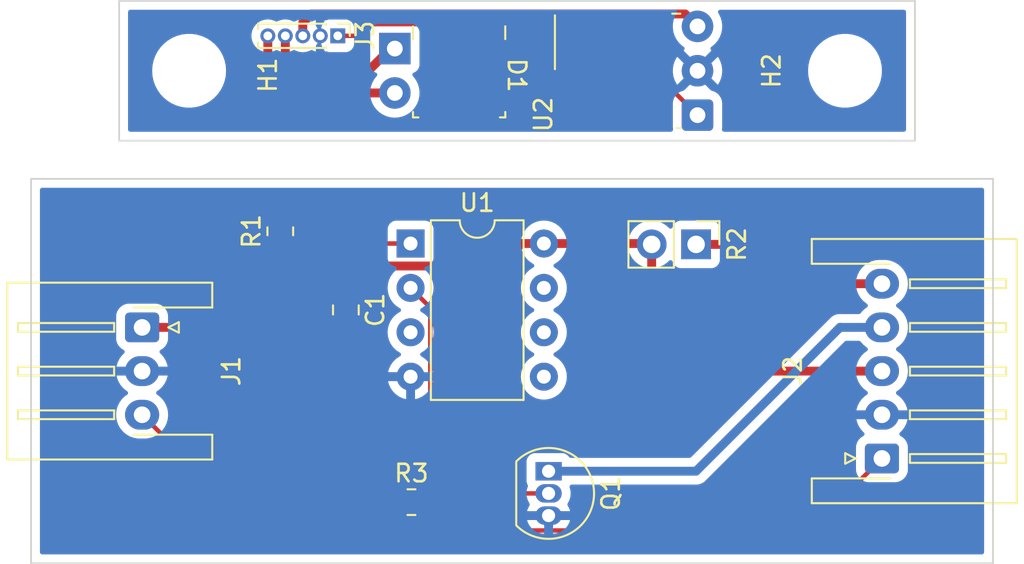
<source format=kicad_pcb>
(kicad_pcb (version 20211014) (generator pcbnew)
  (layers (0 "F.Cu" signal) (31 "B.Cu" signal) (34 "B.Paste" user) (35 "F.Paste" user) (36 "B.SilkS" user "B.Silkscreen") (37 "F.SilkS" user "F.Silkscreen") (38 "B.Mask" user) (39 "F.Mask" user) (44 "Edge.Cuts" user))
  (net 0 "")
  (net 1 "VCC")
  (net 2 "GND")
  (net 3 "Lock")
  (net 4 "Emitter1-Cathode")
  (net 5 "Emitter1-Anode")
  (net 6 "Net-(D1-Pad1)")
  (net 7 "Net-(R1-Pad2)")
  (net 12 "Net-(D1-Pad2)")
  (net 13 "Net-(Q1-Pad2)")
  (net 14 "Net-(R3-Pad1)")
  (footprint "Capacitor_SMD:C_0805_2012Metric_Pad1.18x1.45mm_HandSolder" (layer "F.Cu") (at 98 78 -90)
    (fp_text reference "C1" (at 0 -1.68 90) (layer "F.SilkS"))
    (fp_text value "100n")
    (fp_line (start -0.261252 -0.735) (end 0.261252 -0.735) (layer "F.SilkS") (width 0.12))
    (fp_line (start -0.261252 0.735) (end 0.261252 0.735) (layer "F.SilkS") (width 0.12))
    (pad "1" smd roundrect (at -1.0375 0 270) (size 1.175 1.45) (layers "F.Cu" "F.Paste" "F.Mask") (roundrect_rratio 0.212766) (net 1 "VCC"))
    (pad "2" smd roundrect (at 1.0375 0 270) (size 1.175 1.45) (layers "F.Cu" "F.Paste" "F.Mask") (roundrect_rratio 0.212766) (net 2 "GND"))
  )
  (footprint "_custom:Vishay_MOLD-3Pin-liegend" (layer "F.Cu") (at 118.9325 64.3145 90)
    (fp_text reference "U2" (at -2.5 -9.644941 90 unlocked) (layer "F.SilkS"))
    (fp_text value "TSOP348xx" hide)
    (fp_line (start -3.270002 -2.032228) (end -3.270002 -1.812228) (layer "F.SilkS") (width 0.12))
    (fp_line (start 3.171098 -8.979881) (end 0.091098 -8.979881) (layer "F.SilkS") (width 0.12))
    (fp_line (start 3.267437 -2.271431) (end 3.267437 -1.811431) (layer "F.SilkS") (width 0.12))
    (pad "1" thru_hole roundrect (at -2.54 -0.828 90) (size 1.8 1.8) (drill 0.9) (layers *.Cu *.Mask) (roundrect_rratio 0.138) (net 3 "Lock"))
    (pad "2" thru_hole circle (at 0 -0.828 90) (size 1.8 1.8) (drill 0.9) (layers *.Cu *.Mask) (net 2 "GND"))
    (pad "3" thru_hole circle (at 2.54 -0.828 90) (size 1.8 1.8) (drill 0.9) (layers *.Cu *.Mask) (net 1 "VCC"))
  )
  (footprint "MountingHole:MountingHole_3.2mm_M3" (layer "F.Cu") (at 126.537559 64.3145 90)
    (fp_text reference "H2" (at 0 -4.2 90) (layer "F.SilkS"))
    (fp_text value "MountingHole" hide)
    (pad "" np_thru_hole circle (at 0 0 90) (size 3.2 3.2) (drill 3.2) (layers *.Cu *.Mask))
  )
  (footprint "Connector_JST:JST_XH_S5B-XH-A-1_1x05_P2.50mm_Horizontal" (layer "F.Cu") (at 128.65 86.5 90)
    (fp_text reference "J2" (at 5 -5.1 90) (layer "F.SilkS"))
    (fp_text value "Conn_01x05_Male" hide)
    (fp_line (start 10.25 1.6) (end 9.75 1.6) (layer "F.SilkS") (width 0.12))
    (fp_line (start 10.25 7.1) (end 10.25 1.6) (layer "F.SilkS") (width 0.12))
    (fp_line (start 9.75 7.1) (end 10.25 7.1) (layer "F.SilkS") (width 0.12))
    (fp_line (start 4.75 1.6) (end 4.75 7.1) (layer "F.SilkS") (width 0.12))
    (fp_line (start 5 7.71) (end 12.56 7.71) (layer "F.SilkS") (width 0.12))
    (fp_line (start 5 7.71) (end -2.56 7.71) (layer "F.SilkS") (width 0.12))
    (fp_line (start -2.56 -4.01) (end -1.14 -4.01) (layer "F.SilkS") (width 0.12))
    (fp_line (start -1.14 -4.01) (end -1.14 0.49) (layer "F.SilkS") (width 0.12))
    (fp_line (start 7.25 1.6) (end 7.25 7.1) (layer "F.SilkS") (width 0.12))
    (fp_line (start 0 -1.5) (end -0.3 -2.1) (layer "F.SilkS") (width 0.12))
    (fp_line (start 12.56 -4.01) (end 11.14 -4.01) (layer "F.SilkS") (width 0.12))
    (fp_line (start 0.25 1.6) (end -0.25 1.6) (layer "F.SilkS") (width 0.12))
    (fp_line (start 0.3 -2.1) (end 0 -1.5) (layer "F.SilkS") (width 0.12))
    (fp_line (start 12.56 7.71) (end 12.56 -4.01) (layer "F.SilkS") (width 0.12))
    (fp_line (start 9.75 1.6) (end 9.75 7.1) (layer "F.SilkS") (width 0.12))
    (fp_line (start 2.75 7.1) (end 2.75 1.6) (layer "F.SilkS") (width 0.12))
    (fp_line (start -0.3 -2.1) (end 0.3 -2.1) (layer "F.SilkS") (width 0.12))
    (fp_line (start 5.25 7.1) (end 5.25 1.6) (layer "F.SilkS") (width 0.12))
    (fp_line (start -0.25 1.6) (end -0.25 7.1) (layer "F.SilkS") (width 0.12))
    (fp_line (start -0.25 7.1) (end 0.25 7.1) (layer "F.SilkS") (width 0.12))
    (fp_line (start 2.25 1.6) (end 2.25 7.1) (layer "F.SilkS") (width 0.12))
    (fp_line (start 7.75 7.1) (end 7.75 1.6) (layer "F.SilkS") (width 0.12))
    (fp_line (start 7.75 1.6) (end 7.25 1.6) (layer "F.SilkS") (width 0.12))
    (fp_line (start 0.25 7.1) (end 0.25 1.6) (layer "F.SilkS") (width 0.12))
    (fp_line (start 11.14 -4.01) (end 11.14 0.49) (layer "F.SilkS") (width 0.12))
    (fp_line (start -2.56 7.71) (end -2.56 -4.01) (layer "F.SilkS") (width 0.12))
    (fp_line (start 2.75 1.6) (end 2.25 1.6) (layer "F.SilkS") (width 0.12))
    (fp_line (start 7.25 7.1) (end 7.75 7.1) (layer "F.SilkS") (width 0.12))
    (fp_line (start 4.75 7.1) (end 5.25 7.1) (layer "F.SilkS") (width 0.12))
    (fp_line (start 2.25 7.1) (end 2.75 7.1) (layer "F.SilkS") (width 0.12))
    (fp_line (start 5.25 1.6) (end 4.75 1.6) (layer "F.SilkS") (width 0.12))
    (pad "1" thru_hole roundrect (at 0 0 90) (size 1.7 1.95) (drill 0.95) (layers *.Cu *.Mask) (roundrect_rratio 0.147059) (net 3 "Lock"))
    (pad "2" thru_hole oval (at 2.5 0 90) (size 1.7 1.95) (drill 0.95) (layers *.Cu *.Mask) (net 2 "GND"))
    (pad "3" thru_hole oval (at 5 0 90) (size 1.7 1.95) (drill 0.95) (layers *.Cu *.Mask) (net 1 "VCC"))
    (pad "4" thru_hole oval (at 7.5 0 90) (size 1.7 1.95) (drill 0.95) (layers *.Cu *.Mask) (net 4 "Emitter1-Cathode"))
    (pad "5" thru_hole oval (at 10 0 90) (size 1.7 1.95) (drill 0.95) (layers *.Cu *.Mask) (net 5 "Emitter1-Anode"))
  )
  (footprint "Resistor_SMD:R_0805_2012Metric_Pad1.20x1.40mm_HandSolder" (layer "F.Cu") (at 101.75 89)
    (fp_text reference "R3" (at 0 -1.65) (layer "F.SilkS"))
    (fp_text value "1k")
    (fp_line (start -0.227064 -0.735) (end 0.227064 -0.735) (layer "F.SilkS") (width 0.12))
    (fp_line (start -0.227064 0.735) (end 0.227064 0.735) (layer "F.SilkS") (width 0.12))
    (pad "1" smd roundrect (at -1 0) (size 1.2 1.4) (layers "F.Cu" "F.Paste" "F.Mask") (roundrect_rratio 0.208333) (net 14 "Net-(R3-Pad1)"))
    (pad "2" smd roundrect (at 1 0) (size 1.2 1.4) (layers "F.Cu" "F.Paste" "F.Mask") (roundrect_rratio 0.208333) (net 13 "Net-(Q1-Pad2)"))
  )
  (footprint "Connector_PinHeader_1.00mm:PinHeader_1x05_P1.00mm_Vertical" (layer "F.Cu") (at 97.537559 62.3145 -90)
    (fp_text reference "J3" (at 0 -1.56 -270) (layer "F.SilkS"))
    (fp_text value "Conn_01x05_Male" hide)
    (fp_line (start 0.695 0.685) (end 0.695 4.56) (layer "F.SilkS") (width 0.12))
    (fp_line (start -0.695 4.56) (end -0.394493 4.56) (layer "F.SilkS") (width 0.12))
    (fp_line (start -0.695 -0.685) (end 0 -0.685) (layer "F.SilkS") (width 0.12))
    (fp_line (start -0.695 0.685) (end -0.608276 0.685) (layer "F.SilkS") (width 0.12))
    (fp_line (start 0.394493 4.56) (end 0.695 4.56) (layer "F.SilkS") (width 0.12))
    (fp_line (start 0.608276 0.685) (end 0.695 0.685) (layer "F.SilkS") (width 0.12))
    (fp_line (start -0.695 0) (end -0.695 -0.685) (layer "F.SilkS") (width 0.12))
    (fp_line (start -0.695 0.685) (end -0.695 4.56) (layer "F.SilkS") (width 0.12))
    (pad "1" thru_hole rect (at 0 0 270) (size 0.85 0.85) (drill 0.5) (layers *.Cu *.Mask) (net 3 "Lock"))
    (pad "2" thru_hole oval (at 0 1 270) (size 0.85 0.85) (drill 0.5) (layers *.Cu *.Mask) (net 2 "GND"))
    (pad "3" thru_hole oval (at 0 2 270) (size 0.85 0.85) (drill 0.5) (layers *.Cu *.Mask) (net 1 "VCC"))
    (pad "4" thru_hole oval (at 0 3 270) (size 0.85 0.85) (drill 0.5) (layers *.Cu *.Mask) (net 6 "Net-(D1-Pad1)"))
    (pad "5" thru_hole oval (at 0 4 270) (size 0.85 0.85) (drill 0.5) (layers *.Cu *.Mask) (net 12 "Net-(D1-Pad2)"))
  )
  (footprint "Package_TO_SOT_THT:TO-92_Inline" (layer "F.Cu") (at 109.59 87.23 -90)
    (fp_text reference "Q1" (at 1.27 -3.56 90) (layer "F.SilkS"))
    (fp_text value "BC547")
    (fp_line (start -0.53 1.85) (end 3.07 1.85) (layer "F.SilkS") (width 0.12))
    (fp_arc (start -0.568478 1.838478) (mid -1.132087 -0.994977) (end 1.27 -2.6) (layer "F.SilkS") (width 0.12))
    (fp_arc (start 1.27 -2.6) (mid 3.672087 -0.994977) (end 3.108478 1.838478) (layer "F.SilkS") (width 0.12))
    (pad "1" thru_hole rect (at 0 0 270) (size 1.05 1.5) (drill 0.75) (layers *.Cu *.Mask) (net 4 "Emitter1-Cathode"))
    (pad "2" thru_hole oval (at 1.27 0 270) (size 1.05 1.5) (drill 0.75) (layers *.Cu *.Mask) (net 13 "Net-(Q1-Pad2)"))
    (pad "3" thru_hole oval (at 2.54 0 270) (size 1.05 1.5) (drill 0.75) (layers *.Cu *.Mask) (net 2 "GND"))
  )
  (footprint "Resistor_SMD:R_0805_2012Metric_Pad1.20x1.40mm_HandSolder" (layer "F.Cu") (at 94.25 73.5 90)
    (fp_text reference "R1" (at 0 -1.65 90) (layer "F.SilkS"))
    (fp_text value "10k")
    (fp_line (start -0.227064 0.735) (end 0.227064 0.735) (layer "F.SilkS") (width 0.12))
    (fp_line (start -0.227064 -0.735) (end 0.227064 -0.735) (layer "F.SilkS") (width 0.12))
    (pad "1" smd roundrect (at -1 0 90) (size 1.2 1.4) (layers "F.Cu" "F.Paste" "F.Mask") (roundrect_rratio 0.208333) (net 1 "VCC"))
    (pad "2" smd roundrect (at 1 0 90) (size 1.2 1.4) (layers "F.Cu" "F.Paste" "F.Mask") (roundrect_rratio 0.208333) (net 7 "Net-(R1-Pad2)"))
  )
  (footprint "_custom:LED-quadrat-liegend" (layer "F.Cu") (at 99.649824 64.3145 -90)
    (fp_text reference "D1" (at 0.254 -8.128 -90 unlocked) (layer "F.SilkS"))
    (fp_text value "Temic K153P Emitter" hide)
    (fp_line (start 2.669451 -2.494257) (end 2.669451 -2.188257) (layer "F.SilkS") (width 0.12))
    (fp_line (start 2.357938 -7.46547) (end 2.667938 -7.46547) (layer "F.SilkS") (width 0.12))
    (fp_line (start 2.359451 -2.188257) (end 2.669451 -2.188257) (layer "F.SilkS") (width 0.12))
    (fp_line (start 2.667938 -7.46547) (end 2.667938 -7.15947) (layer "F.SilkS") (width 0.12))
    (fp_line (start -2.544163 -7.462842) (end -1.813163 -7.462842) (layer "F.SilkS") (width 0.12))
    (fp_line (start -2.532596 -2.188257) (end -1.801596 -2.188257) (layer "F.SilkS") (width 0.12))
    (pad "1" thru_hole rect (at -1.27 -1.15 270) (size 1.8 1.8) (drill 0.9) (layers *.Cu *.Mask) (net 6 "Net-(D1-Pad1)"))
    (pad "2" thru_hole circle (at 1.27 -1.15 270) (size 1.8 1.8) (drill 0.9) (layers *.Cu *.Mask) (net 12 "Net-(D1-Pad2)"))
  )
  (footprint "MountingHole:MountingHole_3.2mm_M3" (layer "F.Cu") (at 89.037559 64.3145 90)
    (fp_text reference "H1" (at -0.25 4.5 90) (layer "F.SilkS"))
    (fp_text value "MountingHole" hide)
    (pad "" np_thru_hole circle (at 0 0 90) (size 3.2 3.2) (drill 3.2) (layers *.Cu *.Mask))
  )
  (footprint "Connector_JST:JST_XH_S3B-XH-A-1_1x03_P2.50mm_Horizontal" (layer "F.Cu") (at 86.35 79 -90)
    (fp_text reference "J1" (at 2.5 -5.1 90) (layer "F.SilkS"))
    (fp_text value "Conn_01x03_Male" hide)
    (fp_line (start -2.56 -4.01) (end -1.14 -4.01) (layer "F.SilkS") (width 0.12))
    (fp_line (start 2.5 7.71) (end 7.56 7.71) (layer "F.SilkS") (width 0.12))
    (fp_line (start 6.14 -4.01) (end 6.14 0.49) (layer "F.SilkS") (width 0.12))
    (fp_line (start 7.56 -4.01) (end 6.14 -4.01) (layer "F.SilkS") (width 0.12))
    (fp_line (start 5.25 7.1) (end 5.25 1.6) (layer "F.SilkS") (width 0.12))
    (fp_line (start 2.75 7.1) (end 2.75 1.6) (layer "F.SilkS") (width 0.12))
    (fp_line (start 2.25 1.6) (end 2.25 7.1) (layer "F.SilkS") (width 0.12))
    (fp_line (start 5.25 1.6) (end 4.75 1.6) (layer "F.SilkS") (width 0.12))
    (fp_line (start 7.56 7.71) (end 7.56 -4.01) (layer "F.SilkS") (width 0.12))
    (fp_line (start -0.3 -2.1) (end 0.3 -2.1) (layer "F.SilkS") (width 0.12))
    (fp_line (start 2.5 7.71) (end -2.56 7.71) (layer "F.SilkS") (width 0.12))
    (fp_line (start 4.75 7.1) (end 5.25 7.1) (layer "F.SilkS") (width 0.12))
    (fp_line (start 0.3 -2.1) (end 0 -1.5) (layer "F.SilkS") (width 0.12))
    (fp_line (start -0.25 7.1) (end 0.25 7.1) (layer "F.SilkS") (width 0.12))
    (fp_line (start 0.25 7.1) (end 0.25 1.6) (layer "F.SilkS") (width 0.12))
    (fp_line (start 0 -1.5) (end -0.3 -2.1) (layer "F.SilkS") (width 0.12))
    (fp_line (start -2.56 7.71) (end -2.56 -4.01) (layer "F.SilkS") (width 0.12))
    (fp_line (start 2.25 7.1) (end 2.75 7.1) (layer "F.SilkS") (width 0.12))
    (fp_line (start 0.25 1.6) (end -0.25 1.6) (layer "F.SilkS") (width 0.12))
    (fp_line (start -1.14 -4.01) (end -1.14 0.49) (layer "F.SilkS") (width 0.12))
    (fp_line (start 4.75 1.6) (end 4.75 7.1) (layer "F.SilkS") (width 0.12))
    (fp_line (start 2.75 1.6) (end 2.25 1.6) (layer "F.SilkS") (width 0.12))
    (fp_line (start -0.25 1.6) (end -0.25 7.1) (layer "F.SilkS") (width 0.12))
    (pad "1" thru_hole roundrect (at 0 0 270) (size 1.7 1.95) (drill 0.95) (layers *.Cu *.Mask) (roundrect_rratio 0.147059) (net 1 "VCC"))
    (pad "2" thru_hole oval (at 2.5 0 270) (size 1.7 1.95) (drill 0.95) (layers *.Cu *.Mask) (net 2 "GND"))
    (pad "3" thru_hole oval (at 5 0 270) (size 1.7 1.95) (drill 0.95) (layers *.Cu *.Mask) (net 3 "Lock"))
  )
  (footprint "Connector_PinHeader_2.54mm:PinHeader_1x02_P2.54mm_Vertical" (layer "F.Cu") (at 118.025 74.25 -90)
    (fp_text reference "R2" (at 0 -2.33 90) (layer "F.SilkS"))
    (fp_text value "R")
    (fp_line (start -1.33 -1.33) (end 0 -1.33) (layer "F.SilkS") (width 0.12))
    (fp_line (start -1.33 3.87) (end 1.33 3.87) (layer "F.SilkS") (width 0.12))
    (fp_line (start 1.33 1.27) (end 1.33 3.87) (layer "F.SilkS") (width 0.12))
    (fp_line (start -1.33 1.27) (end -1.33 3.87) (layer "F.SilkS") (width 0.12))
    (fp_line (start -1.33 0) (end -1.33 -1.33) (layer "F.SilkS") (width 0.12))
    (fp_line (start -1.33 1.27) (end 1.33 1.27) (layer "F.SilkS") (width 0.12))
    (pad "1" thru_hole rect (at 0 0 270) (size 1.7 1.7) (drill 1) (layers *.Cu *.Mask) (net 5 "Emitter1-Anode"))
    (pad "2" thru_hole oval (at 0 2.54 270) (size 1.7 1.7) (drill 1) (layers *.Cu *.Mask) (net 1 "VCC"))
  )
  (footprint "Package_DIP:DIP-8_W7.62mm" (layer "F.Cu") (at 101.7 74.2)
    (fp_text reference "U1" (at 3.81 -2.33) (layer "F.SilkS"))
    (fp_text value "ATtiny13A-P")
    (fp_line (start 2.81 -1.33) (end 1.16 -1.33) (layer "F.SilkS") (width 0.12))
    (fp_line (start 1.16 -1.33) (end 1.16 8.95) (layer "F.SilkS") (width 0.12))
    (fp_line (start 6.46 8.95) (end 6.46 -1.33) (layer "F.SilkS") (width 0.12))
    (fp_line (start 1.16 8.95) (end 6.46 8.95) (layer "F.SilkS") (width 0.12))
    (fp_line (start 6.46 -1.33) (end 4.81 -1.33) (layer "F.SilkS") (width 0.12))
    (fp_arc (start 4.81 -1.33) (mid 3.81 -0.33) (end 2.81 -1.33) (layer "F.SilkS") (width 0.12))
    (pad "1" thru_hole rect (at 0 0) (size 1.6 1.6) (drill 0.8) (layers *.Cu *.Mask) (net 7 "Net-(R1-Pad2)"))
    (pad "2" thru_hole oval (at 0 2.54) (size 1.6 1.6) (drill 0.8) (layers *.Cu *.Mask) (net 14 "Net-(R3-Pad1)"))
    (pad "3" thru_hole oval (at 0 5.08) (size 1.6 1.6) (drill 0.8) (layers *.Cu *.Mask))
    (pad "4" thru_hole oval (at 0 7.62) (size 1.6 1.6) (drill 0.8) (layers *.Cu *.Mask) (net 2 "GND"))
    (pad "5" thru_hole oval (at 7.62 7.62) (size 1.6 1.6) (drill 0.8) (layers *.Cu *.Mask))
    (pad "6" thru_hole oval (at 7.62 5.08) (size 1.6 1.6) (drill 0.8) (layers *.Cu *.Mask))
    (pad "7" thru_hole oval (at 7.62 2.54) (size 1.6 1.6) (drill 0.8) (layers *.Cu *.Mask))
    (pad "8" thru_hole oval (at 7.62 0) (size 1.6 1.6) (drill 0.8) (layers *.Cu *.Mask) (net 1 "VCC"))
  )
  (gr_line (start 85.037559 60.3145) (end 130.537559 60.3145) (layer "Edge.Cuts") (width 0.1))
  (gr_line (start 80 92.5) (end 80 70.5) (layer "Edge.Cuts") (width 0.1))
  (gr_line (start 80 70.5) (end 135 70.5) (layer "Edge.Cuts") (width 0.1))
  (gr_line (start 135 70.5) (end 135 92.5) (layer "Edge.Cuts") (width 0.1))
  (gr_line (start 85.037559 68.3145) (end 85.037559 60.3145) (layer "Edge.Cuts") (width 0.1))
  (gr_line (start 130.537559 60.3145) (end 130.537559 68.3145) (layer "Edge.Cuts") (width 0.1))
  (gr_line (start 135 92.5) (end 80 92.5) (layer "Edge.Cuts") (width 0.1))
  (gr_line (start 130.537559 68.3145) (end 85.037559 68.3145) (layer "Edge.Cuts") (width 0.1))
  (segment (start 98 76.9625) (end 98 75.5) (width 0.508) (layer "F.Cu") (net 1))
  (segment (start 128.65 81.5) (end 120.25 81.5) (width 0.508) (layer "F.Cu") (net 1))
  (segment (start 96.037559 61.0645) (end 117.3945 61.0645) (width 0.508) (layer "F.Cu") (net 1))
  (segment (start 108.05 74.2) (end 106.764 75.486) (width 0.508) (layer "F.Cu") (net 1))
  (segment (start 120.25 81.5) (end 115.485 76.735) (width 0.508) (layer "F.Cu") (net 1))
  (segment (start 115.485 76.735) (end 115.485 74.25) (width 0.508) (layer "F.Cu") (net 1))
  (segment (start 94.264 75.486) (end 94.25 75.5) (width 0.508) (layer "F.Cu") (net 1))
  (segment (start 117.3945 61.0645) (end 118.1045 61.7745) (width 0.508) (layer "F.Cu") (net 1))
  (segment (start 92.25 79) (end 94.25 77) (width 0.508) (layer "F.Cu") (net 1))
  (segment (start 98 75.5) (end 98.014 75.486) (width 0.508) (layer "F.Cu") (net 1))
  (segment (start 109.32 74.2) (end 115.435 74.2) (width 0.508) (layer "F.Cu") (net 1))
  (segment (start 98.014 75.486) (end 94.264 75.486) (width 0.508) (layer "F.Cu") (net 1))
  (segment (start 115.435 74.2) (end 115.485 74.25) (width 0.508) (layer "F.Cu") (net 1))
  (segment (start 95.537559 62.3145) (end 95.537559 61.5645) (width 0.508) (layer "F.Cu") (net 1))
  (segment (start 95.537559 61.5645) (end 96.037559 61.0645) (width 0.508) (layer "F.Cu") (net 1))
  (segment (start 94.25 77) (end 94.25 75.5) (width 0.508) (layer "F.Cu") (net 1))
  (segment (start 86.35 79) (end 92.25 79) (width 0.508) (layer "F.Cu") (net 1))
  (segment (start 94.25 75.5) (end 94.25 74.5) (width 0.508) (layer "F.Cu") (net 1))
  (segment (start 109.32 74.2) (end 108.05 74.2) (width 0.508) (layer "F.Cu") (net 1))
  (segment (start 106.764 75.486) (end 98.014 75.486) (width 0.508) (layer "F.Cu") (net 1))
  (segment (start 98 81) (end 98 79.0375) (width 0.508) (layer "F.Cu") (net 2))
  (segment (start 101.7 81.82) (end 98.82 81.82) (width 0.508) (layer "F.Cu") (net 2))
  (segment (start 98.82 81.82) (end 98 81) (width 0.508) (layer "F.Cu") (net 2))
  (segment (start 92.972 90.622) (end 124.528 90.622) (width 0.254) (layer "F.Cu") (net 3))
  (segment (start 112.8955 61.6455) (end 99.456559 61.6455) (width 0.254) (layer "F.Cu") (net 3))
  (segment (start 86.35 84) (end 92.972 90.622) (width 0.254) (layer "F.Cu") (net 3))
  (segment (start 98.787559 62.3145) (end 97.537559 62.3145) (width 0.254) (layer "F.Cu") (net 3))
  (segment (start 99.456559 61.6455) (end 98.787559 62.3145) (width 0.254) (layer "F.Cu") (net 3))
  (segment (start 118.1045 66.8545) (end 112.8955 61.6455) (width 0.254) (layer "F.Cu") (net 3))
  (segment (start 124.528 90.622) (end 128.65 86.5) (width 0.254) (layer "F.Cu") (net 3))
  (segment (start 118.02 87.23) (end 126.25 79) (width 0.508) (layer "B.Cu") (net 4))
  (segment (start 109.59 87.23) (end 118.02 87.23) (width 0.508) (layer "B.Cu") (net 4))
  (segment (start 126.25 79) (end 128.65 79) (width 0.508) (layer "B.Cu") (net 4))
  (segment (start 118.025 74.25) (end 121.5 74.25) (width 0.508) (layer "F.Cu") (net 5))
  (segment (start 121.5 74.25) (end 123.75 76.5) (width 0.508) (layer "F.Cu") (net 5))
  (segment (start 123.75 76.5) (end 128.65 76.5) (width 0.508) (layer "F.Cu") (net 5))
  (segment (start 94.537559 63.3145) (end 95.787559 64.5645) (width 0.508) (layer "F.Cu") (net 6))
  (segment (start 94.537559 62.3145) (end 94.537559 63.3145) (width 0.508) (layer "F.Cu") (net 6))
  (segment (start 99.037559 64.5645) (end 95.787559 64.5645) (width 0.508) (layer "F.Cu") (net 6))
  (segment (start 100.799824 63.0445) (end 100.557559 63.0445) (width 0.508) (layer "F.Cu") (net 6))
  (segment (start 100.557559 63.0445) (end 99.037559 64.5645) (width 0.508) (layer "F.Cu") (net 6))
  (segment (start 94.25 72.5) (end 95.95 74.2) (width 0.254) (layer "F.Cu") (net 7))
  (segment (start 95.95 74.2) (end 101.7 74.2) (width 0.254) (layer "F.Cu") (net 7))
  (segment (start 93.537559 64.0645) (end 93.537559 62.3145) (width 0.508) (layer "F.Cu") (net 12))
  (segment (start 95.057559 65.5845) (end 93.537559 64.0645) (width 0.508) (layer "F.Cu") (net 12))
  (segment (start 100.799824 65.5845) (end 95.057559 65.5845) (width 0.508) (layer "F.Cu") (net 12))
  (segment (start 102.75 89) (end 104 89) (width 0.254) (layer "F.Cu") (net 13))
  (segment (start 104.5 88.5) (end 109.59 88.5) (width 0.254) (layer "F.Cu") (net 13))
  (segment (start 104 89) (end 104.5 88.5) (width 0.254) (layer "F.Cu") (net 13))
  (segment (start 102.827 86.923) (end 102.827 77.867) (width 0.254) (layer "F.Cu") (net 14))
  (segment (start 102.827 77.867) (end 101.7 76.74) (width 0.254) (layer "F.Cu") (net 14))
  (segment (start 100.75 89) (end 102.827 86.923) (width 0.254) (layer "F.Cu") (net 14))
  (zone (net 2) (net_name "GND") (layer "B.Cu") (connect_pads (clearance 0.508)) (min_thickness 0.254) (fill yes (thermal_gap 0.508) (thermal_bridge_width 0.508))
    (polygon (pts (xy 135 92.5) (xy 80 92.5) (xy 80 70.5) (xy 135 70.5)))
  )
  (zone (net 2) (net_name "GND") (layer "B.Cu") (connect_pads (clearance 0.508)) (min_thickness 0.254) (fill yes (thermal_gap 0.508) (thermal_bridge_width 0.508))
    (polygon (pts (xy 130.537559 60.3145) (xy 130.537559 68.3145) (xy 85.037559 68.3145) (xy 85.037559 60.3145)))
  )
)
</source>
